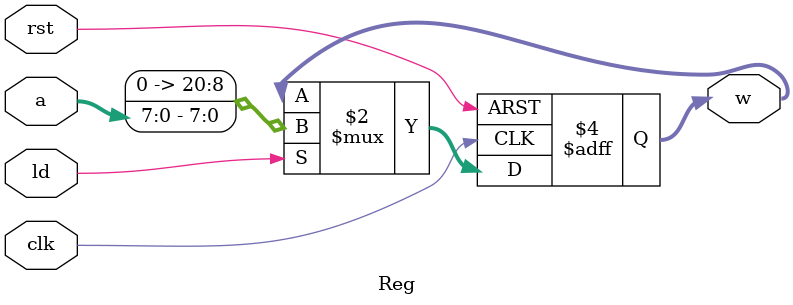
<source format=v>
`timescale 1ns/1ns

module Reg #( 	
		parameter DW = 8,
		parameter O_VEC = 21
	)(input [DW-1:0]a, input clk, rst, ld, output reg [O_VEC-1:0]w);

    always @(posedge clk , posedge rst) begin
        
        if (rst) 
            w <= 21'b0;

        else if (ld) 
            w <= a;
    end

endmodule
</source>
